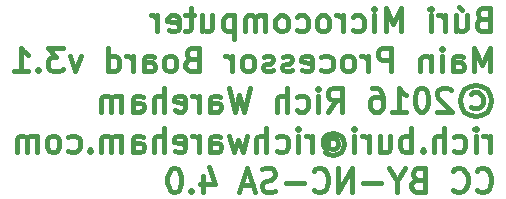
<source format=gbo>
G04 #@! TF.FileFunction,Legend,Bot*
%FSLAX46Y46*%
G04 Gerber Fmt 4.6, Leading zero omitted, Abs format (unit mm)*
G04 Created by KiCad (PCBNEW 4.0.3-1.fc24-product) date Thu Dec  8 13:22:35 2016*
%MOMM*%
%LPD*%
G01*
G04 APERTURE LIST*
%ADD10C,0.100000*%
%ADD11C,0.400000*%
%ADD12O,2.300000X1.600000*%
%ADD13R,1.727200X2.032000*%
%ADD14O,1.727200X2.032000*%
%ADD15C,6.300000*%
%ADD16C,0.600000*%
%ADD17R,1.300000X1.300000*%
%ADD18C,1.300000*%
%ADD19R,3.500120X3.500120*%
%ADD20C,1.998980*%
%ADD21O,1.699260X3.500120*%
%ADD22C,1.501140*%
%ADD23R,2.032000X2.032000*%
%ADD24O,2.032000X2.032000*%
%ADD25C,1.320800*%
G04 APERTURE END LIST*
D10*
D11*
X151892143Y-63542143D02*
X151606429Y-63637381D01*
X151511190Y-63732619D01*
X151415952Y-63923095D01*
X151415952Y-64208810D01*
X151511190Y-64399286D01*
X151606429Y-64494524D01*
X151796905Y-64589762D01*
X152558810Y-64589762D01*
X152558810Y-62589762D01*
X151892143Y-62589762D01*
X151701667Y-62685000D01*
X151606429Y-62780238D01*
X151511190Y-62970714D01*
X151511190Y-63161190D01*
X151606429Y-63351667D01*
X151701667Y-63446905D01*
X151892143Y-63542143D01*
X152558810Y-63542143D01*
X149701667Y-63256429D02*
X149701667Y-64589762D01*
X150558810Y-63256429D02*
X150558810Y-64304048D01*
X150463571Y-64494524D01*
X150273095Y-64589762D01*
X149987381Y-64589762D01*
X149796905Y-64494524D01*
X149701667Y-64399286D01*
X149892143Y-62494524D02*
X150177857Y-62780238D01*
X148749286Y-64589762D02*
X148749286Y-63256429D01*
X148749286Y-63637381D02*
X148654047Y-63446905D01*
X148558809Y-63351667D01*
X148368333Y-63256429D01*
X148177857Y-63256429D01*
X147511191Y-64589762D02*
X147511191Y-63256429D01*
X147511191Y-62589762D02*
X147606429Y-62685000D01*
X147511191Y-62780238D01*
X147415952Y-62685000D01*
X147511191Y-62589762D01*
X147511191Y-62780238D01*
X145035000Y-64589762D02*
X145035000Y-62589762D01*
X144368333Y-64018333D01*
X143701666Y-62589762D01*
X143701666Y-64589762D01*
X142749286Y-64589762D02*
X142749286Y-63256429D01*
X142749286Y-62589762D02*
X142844524Y-62685000D01*
X142749286Y-62780238D01*
X142654047Y-62685000D01*
X142749286Y-62589762D01*
X142749286Y-62780238D01*
X140939762Y-64494524D02*
X141130238Y-64589762D01*
X141511190Y-64589762D01*
X141701666Y-64494524D01*
X141796905Y-64399286D01*
X141892143Y-64208810D01*
X141892143Y-63637381D01*
X141796905Y-63446905D01*
X141701666Y-63351667D01*
X141511190Y-63256429D01*
X141130238Y-63256429D01*
X140939762Y-63351667D01*
X140082619Y-64589762D02*
X140082619Y-63256429D01*
X140082619Y-63637381D02*
X139987380Y-63446905D01*
X139892142Y-63351667D01*
X139701666Y-63256429D01*
X139511190Y-63256429D01*
X138558809Y-64589762D02*
X138749285Y-64494524D01*
X138844524Y-64399286D01*
X138939762Y-64208810D01*
X138939762Y-63637381D01*
X138844524Y-63446905D01*
X138749285Y-63351667D01*
X138558809Y-63256429D01*
X138273095Y-63256429D01*
X138082619Y-63351667D01*
X137987381Y-63446905D01*
X137892143Y-63637381D01*
X137892143Y-64208810D01*
X137987381Y-64399286D01*
X138082619Y-64494524D01*
X138273095Y-64589762D01*
X138558809Y-64589762D01*
X136177857Y-64494524D02*
X136368333Y-64589762D01*
X136749285Y-64589762D01*
X136939761Y-64494524D01*
X137035000Y-64399286D01*
X137130238Y-64208810D01*
X137130238Y-63637381D01*
X137035000Y-63446905D01*
X136939761Y-63351667D01*
X136749285Y-63256429D01*
X136368333Y-63256429D01*
X136177857Y-63351667D01*
X135034999Y-64589762D02*
X135225475Y-64494524D01*
X135320714Y-64399286D01*
X135415952Y-64208810D01*
X135415952Y-63637381D01*
X135320714Y-63446905D01*
X135225475Y-63351667D01*
X135034999Y-63256429D01*
X134749285Y-63256429D01*
X134558809Y-63351667D01*
X134463571Y-63446905D01*
X134368333Y-63637381D01*
X134368333Y-64208810D01*
X134463571Y-64399286D01*
X134558809Y-64494524D01*
X134749285Y-64589762D01*
X135034999Y-64589762D01*
X133511190Y-64589762D02*
X133511190Y-63256429D01*
X133511190Y-63446905D02*
X133415951Y-63351667D01*
X133225475Y-63256429D01*
X132939761Y-63256429D01*
X132749285Y-63351667D01*
X132654047Y-63542143D01*
X132654047Y-64589762D01*
X132654047Y-63542143D02*
X132558809Y-63351667D01*
X132368332Y-63256429D01*
X132082618Y-63256429D01*
X131892142Y-63351667D01*
X131796904Y-63542143D01*
X131796904Y-64589762D01*
X130844523Y-63256429D02*
X130844523Y-65256429D01*
X130844523Y-63351667D02*
X130654046Y-63256429D01*
X130273094Y-63256429D01*
X130082618Y-63351667D01*
X129987380Y-63446905D01*
X129892142Y-63637381D01*
X129892142Y-64208810D01*
X129987380Y-64399286D01*
X130082618Y-64494524D01*
X130273094Y-64589762D01*
X130654046Y-64589762D01*
X130844523Y-64494524D01*
X128177856Y-63256429D02*
X128177856Y-64589762D01*
X129034999Y-63256429D02*
X129034999Y-64304048D01*
X128939760Y-64494524D01*
X128749284Y-64589762D01*
X128463570Y-64589762D01*
X128273094Y-64494524D01*
X128177856Y-64399286D01*
X127511189Y-63256429D02*
X126749284Y-63256429D01*
X127225475Y-62589762D02*
X127225475Y-64304048D01*
X127130236Y-64494524D01*
X126939760Y-64589762D01*
X126749284Y-64589762D01*
X125320713Y-64494524D02*
X125511189Y-64589762D01*
X125892141Y-64589762D01*
X126082618Y-64494524D01*
X126177856Y-64304048D01*
X126177856Y-63542143D01*
X126082618Y-63351667D01*
X125892141Y-63256429D01*
X125511189Y-63256429D01*
X125320713Y-63351667D01*
X125225475Y-63542143D01*
X125225475Y-63732619D01*
X126177856Y-63923095D01*
X124368332Y-64589762D02*
X124368332Y-63256429D01*
X124368332Y-63637381D02*
X124273093Y-63446905D01*
X124177855Y-63351667D01*
X123987379Y-63256429D01*
X123796903Y-63256429D01*
X152558810Y-67989762D02*
X152558810Y-65989762D01*
X151892143Y-67418333D01*
X151225476Y-65989762D01*
X151225476Y-67989762D01*
X149415953Y-67989762D02*
X149415953Y-66942143D01*
X149511191Y-66751667D01*
X149701667Y-66656429D01*
X150082619Y-66656429D01*
X150273096Y-66751667D01*
X149415953Y-67894524D02*
X149606429Y-67989762D01*
X150082619Y-67989762D01*
X150273096Y-67894524D01*
X150368334Y-67704048D01*
X150368334Y-67513571D01*
X150273096Y-67323095D01*
X150082619Y-67227857D01*
X149606429Y-67227857D01*
X149415953Y-67132619D01*
X148463572Y-67989762D02*
X148463572Y-66656429D01*
X148463572Y-65989762D02*
X148558810Y-66085000D01*
X148463572Y-66180238D01*
X148368333Y-66085000D01*
X148463572Y-65989762D01*
X148463572Y-66180238D01*
X147511191Y-66656429D02*
X147511191Y-67989762D01*
X147511191Y-66846905D02*
X147415952Y-66751667D01*
X147225476Y-66656429D01*
X146939762Y-66656429D01*
X146749286Y-66751667D01*
X146654048Y-66942143D01*
X146654048Y-67989762D01*
X144177857Y-67989762D02*
X144177857Y-65989762D01*
X143415952Y-65989762D01*
X143225476Y-66085000D01*
X143130237Y-66180238D01*
X143034999Y-66370714D01*
X143034999Y-66656429D01*
X143130237Y-66846905D01*
X143225476Y-66942143D01*
X143415952Y-67037381D01*
X144177857Y-67037381D01*
X142177857Y-67989762D02*
X142177857Y-66656429D01*
X142177857Y-67037381D02*
X142082618Y-66846905D01*
X141987380Y-66751667D01*
X141796904Y-66656429D01*
X141606428Y-66656429D01*
X140654047Y-67989762D02*
X140844523Y-67894524D01*
X140939762Y-67799286D01*
X141035000Y-67608810D01*
X141035000Y-67037381D01*
X140939762Y-66846905D01*
X140844523Y-66751667D01*
X140654047Y-66656429D01*
X140368333Y-66656429D01*
X140177857Y-66751667D01*
X140082619Y-66846905D01*
X139987381Y-67037381D01*
X139987381Y-67608810D01*
X140082619Y-67799286D01*
X140177857Y-67894524D01*
X140368333Y-67989762D01*
X140654047Y-67989762D01*
X138273095Y-67894524D02*
X138463571Y-67989762D01*
X138844523Y-67989762D01*
X139034999Y-67894524D01*
X139130238Y-67799286D01*
X139225476Y-67608810D01*
X139225476Y-67037381D01*
X139130238Y-66846905D01*
X139034999Y-66751667D01*
X138844523Y-66656429D01*
X138463571Y-66656429D01*
X138273095Y-66751667D01*
X136654047Y-67894524D02*
X136844523Y-67989762D01*
X137225475Y-67989762D01*
X137415952Y-67894524D01*
X137511190Y-67704048D01*
X137511190Y-66942143D01*
X137415952Y-66751667D01*
X137225475Y-66656429D01*
X136844523Y-66656429D01*
X136654047Y-66751667D01*
X136558809Y-66942143D01*
X136558809Y-67132619D01*
X137511190Y-67323095D01*
X135796904Y-67894524D02*
X135606427Y-67989762D01*
X135225475Y-67989762D01*
X135034999Y-67894524D01*
X134939761Y-67704048D01*
X134939761Y-67608810D01*
X135034999Y-67418333D01*
X135225475Y-67323095D01*
X135511189Y-67323095D01*
X135701666Y-67227857D01*
X135796904Y-67037381D01*
X135796904Y-66942143D01*
X135701666Y-66751667D01*
X135511189Y-66656429D01*
X135225475Y-66656429D01*
X135034999Y-66751667D01*
X134177856Y-67894524D02*
X133987379Y-67989762D01*
X133606427Y-67989762D01*
X133415951Y-67894524D01*
X133320713Y-67704048D01*
X133320713Y-67608810D01*
X133415951Y-67418333D01*
X133606427Y-67323095D01*
X133892141Y-67323095D01*
X134082618Y-67227857D01*
X134177856Y-67037381D01*
X134177856Y-66942143D01*
X134082618Y-66751667D01*
X133892141Y-66656429D01*
X133606427Y-66656429D01*
X133415951Y-66751667D01*
X132177855Y-67989762D02*
X132368331Y-67894524D01*
X132463570Y-67799286D01*
X132558808Y-67608810D01*
X132558808Y-67037381D01*
X132463570Y-66846905D01*
X132368331Y-66751667D01*
X132177855Y-66656429D01*
X131892141Y-66656429D01*
X131701665Y-66751667D01*
X131606427Y-66846905D01*
X131511189Y-67037381D01*
X131511189Y-67608810D01*
X131606427Y-67799286D01*
X131701665Y-67894524D01*
X131892141Y-67989762D01*
X132177855Y-67989762D01*
X130654046Y-67989762D02*
X130654046Y-66656429D01*
X130654046Y-67037381D02*
X130558807Y-66846905D01*
X130463569Y-66751667D01*
X130273093Y-66656429D01*
X130082617Y-66656429D01*
X127225474Y-66942143D02*
X126939760Y-67037381D01*
X126844521Y-67132619D01*
X126749283Y-67323095D01*
X126749283Y-67608810D01*
X126844521Y-67799286D01*
X126939760Y-67894524D01*
X127130236Y-67989762D01*
X127892141Y-67989762D01*
X127892141Y-65989762D01*
X127225474Y-65989762D01*
X127034998Y-66085000D01*
X126939760Y-66180238D01*
X126844521Y-66370714D01*
X126844521Y-66561190D01*
X126939760Y-66751667D01*
X127034998Y-66846905D01*
X127225474Y-66942143D01*
X127892141Y-66942143D01*
X125606426Y-67989762D02*
X125796902Y-67894524D01*
X125892141Y-67799286D01*
X125987379Y-67608810D01*
X125987379Y-67037381D01*
X125892141Y-66846905D01*
X125796902Y-66751667D01*
X125606426Y-66656429D01*
X125320712Y-66656429D01*
X125130236Y-66751667D01*
X125034998Y-66846905D01*
X124939760Y-67037381D01*
X124939760Y-67608810D01*
X125034998Y-67799286D01*
X125130236Y-67894524D01*
X125320712Y-67989762D01*
X125606426Y-67989762D01*
X123225474Y-67989762D02*
X123225474Y-66942143D01*
X123320712Y-66751667D01*
X123511188Y-66656429D01*
X123892140Y-66656429D01*
X124082617Y-66751667D01*
X123225474Y-67894524D02*
X123415950Y-67989762D01*
X123892140Y-67989762D01*
X124082617Y-67894524D01*
X124177855Y-67704048D01*
X124177855Y-67513571D01*
X124082617Y-67323095D01*
X123892140Y-67227857D01*
X123415950Y-67227857D01*
X123225474Y-67132619D01*
X122273093Y-67989762D02*
X122273093Y-66656429D01*
X122273093Y-67037381D02*
X122177854Y-66846905D01*
X122082616Y-66751667D01*
X121892140Y-66656429D01*
X121701664Y-66656429D01*
X120177855Y-67989762D02*
X120177855Y-65989762D01*
X120177855Y-67894524D02*
X120368331Y-67989762D01*
X120749283Y-67989762D01*
X120939759Y-67894524D01*
X121034998Y-67799286D01*
X121130236Y-67608810D01*
X121130236Y-67037381D01*
X121034998Y-66846905D01*
X120939759Y-66751667D01*
X120749283Y-66656429D01*
X120368331Y-66656429D01*
X120177855Y-66751667D01*
X117892140Y-66656429D02*
X117415949Y-67989762D01*
X116939759Y-66656429D01*
X116368330Y-65989762D02*
X115130234Y-65989762D01*
X115796901Y-66751667D01*
X115511187Y-66751667D01*
X115320711Y-66846905D01*
X115225473Y-66942143D01*
X115130234Y-67132619D01*
X115130234Y-67608810D01*
X115225473Y-67799286D01*
X115320711Y-67894524D01*
X115511187Y-67989762D01*
X116082615Y-67989762D01*
X116273092Y-67894524D01*
X116368330Y-67799286D01*
X114273092Y-67799286D02*
X114177853Y-67894524D01*
X114273092Y-67989762D01*
X114368330Y-67894524D01*
X114273092Y-67799286D01*
X114273092Y-67989762D01*
X112273091Y-67989762D02*
X113415949Y-67989762D01*
X112844520Y-67989762D02*
X112844520Y-65989762D01*
X113034996Y-66275476D01*
X113225472Y-66465952D01*
X113415949Y-66561190D01*
X150939762Y-69865952D02*
X151130238Y-69770714D01*
X151511190Y-69770714D01*
X151701667Y-69865952D01*
X151892143Y-70056429D01*
X151987381Y-70246905D01*
X151987381Y-70627857D01*
X151892143Y-70818333D01*
X151701667Y-71008810D01*
X151511190Y-71104048D01*
X151130238Y-71104048D01*
X150939762Y-71008810D01*
X151320714Y-69104048D02*
X151796905Y-69199286D01*
X152273095Y-69485000D01*
X152558810Y-69961190D01*
X152654048Y-70437381D01*
X152558810Y-70913571D01*
X152273095Y-71389762D01*
X151796905Y-71675476D01*
X151320714Y-71770714D01*
X150844524Y-71675476D01*
X150368333Y-71389762D01*
X150082619Y-70913571D01*
X149987381Y-70437381D01*
X150082619Y-69961190D01*
X150368333Y-69485000D01*
X150844524Y-69199286D01*
X151320714Y-69104048D01*
X149225477Y-69580238D02*
X149130239Y-69485000D01*
X148939762Y-69389762D01*
X148463572Y-69389762D01*
X148273096Y-69485000D01*
X148177858Y-69580238D01*
X148082619Y-69770714D01*
X148082619Y-69961190D01*
X148177858Y-70246905D01*
X149320715Y-71389762D01*
X148082619Y-71389762D01*
X146844524Y-69389762D02*
X146654048Y-69389762D01*
X146463572Y-69485000D01*
X146368334Y-69580238D01*
X146273096Y-69770714D01*
X146177857Y-70151667D01*
X146177857Y-70627857D01*
X146273096Y-71008810D01*
X146368334Y-71199286D01*
X146463572Y-71294524D01*
X146654048Y-71389762D01*
X146844524Y-71389762D01*
X147035000Y-71294524D01*
X147130238Y-71199286D01*
X147225477Y-71008810D01*
X147320715Y-70627857D01*
X147320715Y-70151667D01*
X147225477Y-69770714D01*
X147130238Y-69580238D01*
X147035000Y-69485000D01*
X146844524Y-69389762D01*
X144273095Y-71389762D02*
X145415953Y-71389762D01*
X144844524Y-71389762D02*
X144844524Y-69389762D01*
X145035000Y-69675476D01*
X145225476Y-69865952D01*
X145415953Y-69961190D01*
X142558810Y-69389762D02*
X142939762Y-69389762D01*
X143130238Y-69485000D01*
X143225476Y-69580238D01*
X143415953Y-69865952D01*
X143511191Y-70246905D01*
X143511191Y-71008810D01*
X143415953Y-71199286D01*
X143320714Y-71294524D01*
X143130238Y-71389762D01*
X142749286Y-71389762D01*
X142558810Y-71294524D01*
X142463572Y-71199286D01*
X142368333Y-71008810D01*
X142368333Y-70532619D01*
X142463572Y-70342143D01*
X142558810Y-70246905D01*
X142749286Y-70151667D01*
X143130238Y-70151667D01*
X143320714Y-70246905D01*
X143415953Y-70342143D01*
X143511191Y-70532619D01*
X138844523Y-71389762D02*
X139511190Y-70437381D01*
X139987381Y-71389762D02*
X139987381Y-69389762D01*
X139225476Y-69389762D01*
X139035000Y-69485000D01*
X138939761Y-69580238D01*
X138844523Y-69770714D01*
X138844523Y-70056429D01*
X138939761Y-70246905D01*
X139035000Y-70342143D01*
X139225476Y-70437381D01*
X139987381Y-70437381D01*
X137987381Y-71389762D02*
X137987381Y-70056429D01*
X137987381Y-69389762D02*
X138082619Y-69485000D01*
X137987381Y-69580238D01*
X137892142Y-69485000D01*
X137987381Y-69389762D01*
X137987381Y-69580238D01*
X136177857Y-71294524D02*
X136368333Y-71389762D01*
X136749285Y-71389762D01*
X136939761Y-71294524D01*
X137035000Y-71199286D01*
X137130238Y-71008810D01*
X137130238Y-70437381D01*
X137035000Y-70246905D01*
X136939761Y-70151667D01*
X136749285Y-70056429D01*
X136368333Y-70056429D01*
X136177857Y-70151667D01*
X135320714Y-71389762D02*
X135320714Y-69389762D01*
X134463571Y-71389762D02*
X134463571Y-70342143D01*
X134558809Y-70151667D01*
X134749285Y-70056429D01*
X135034999Y-70056429D01*
X135225475Y-70151667D01*
X135320714Y-70246905D01*
X132177856Y-69389762D02*
X131701665Y-71389762D01*
X131320713Y-69961190D01*
X130939760Y-71389762D01*
X130463570Y-69389762D01*
X128844523Y-71389762D02*
X128844523Y-70342143D01*
X128939761Y-70151667D01*
X129130237Y-70056429D01*
X129511189Y-70056429D01*
X129701666Y-70151667D01*
X128844523Y-71294524D02*
X129034999Y-71389762D01*
X129511189Y-71389762D01*
X129701666Y-71294524D01*
X129796904Y-71104048D01*
X129796904Y-70913571D01*
X129701666Y-70723095D01*
X129511189Y-70627857D01*
X129034999Y-70627857D01*
X128844523Y-70532619D01*
X127892142Y-71389762D02*
X127892142Y-70056429D01*
X127892142Y-70437381D02*
X127796903Y-70246905D01*
X127701665Y-70151667D01*
X127511189Y-70056429D01*
X127320713Y-70056429D01*
X125892142Y-71294524D02*
X126082618Y-71389762D01*
X126463570Y-71389762D01*
X126654047Y-71294524D01*
X126749285Y-71104048D01*
X126749285Y-70342143D01*
X126654047Y-70151667D01*
X126463570Y-70056429D01*
X126082618Y-70056429D01*
X125892142Y-70151667D01*
X125796904Y-70342143D01*
X125796904Y-70532619D01*
X126749285Y-70723095D01*
X124939761Y-71389762D02*
X124939761Y-69389762D01*
X124082618Y-71389762D02*
X124082618Y-70342143D01*
X124177856Y-70151667D01*
X124368332Y-70056429D01*
X124654046Y-70056429D01*
X124844522Y-70151667D01*
X124939761Y-70246905D01*
X122273094Y-71389762D02*
X122273094Y-70342143D01*
X122368332Y-70151667D01*
X122558808Y-70056429D01*
X122939760Y-70056429D01*
X123130237Y-70151667D01*
X122273094Y-71294524D02*
X122463570Y-71389762D01*
X122939760Y-71389762D01*
X123130237Y-71294524D01*
X123225475Y-71104048D01*
X123225475Y-70913571D01*
X123130237Y-70723095D01*
X122939760Y-70627857D01*
X122463570Y-70627857D01*
X122273094Y-70532619D01*
X121320713Y-71389762D02*
X121320713Y-70056429D01*
X121320713Y-70246905D02*
X121225474Y-70151667D01*
X121034998Y-70056429D01*
X120749284Y-70056429D01*
X120558808Y-70151667D01*
X120463570Y-70342143D01*
X120463570Y-71389762D01*
X120463570Y-70342143D02*
X120368332Y-70151667D01*
X120177855Y-70056429D01*
X119892141Y-70056429D01*
X119701665Y-70151667D01*
X119606427Y-70342143D01*
X119606427Y-71389762D01*
X152558810Y-74789762D02*
X152558810Y-73456429D01*
X152558810Y-73837381D02*
X152463571Y-73646905D01*
X152368333Y-73551667D01*
X152177857Y-73456429D01*
X151987381Y-73456429D01*
X151320715Y-74789762D02*
X151320715Y-73456429D01*
X151320715Y-72789762D02*
X151415953Y-72885000D01*
X151320715Y-72980238D01*
X151225476Y-72885000D01*
X151320715Y-72789762D01*
X151320715Y-72980238D01*
X149511191Y-74694524D02*
X149701667Y-74789762D01*
X150082619Y-74789762D01*
X150273095Y-74694524D01*
X150368334Y-74599286D01*
X150463572Y-74408810D01*
X150463572Y-73837381D01*
X150368334Y-73646905D01*
X150273095Y-73551667D01*
X150082619Y-73456429D01*
X149701667Y-73456429D01*
X149511191Y-73551667D01*
X148654048Y-74789762D02*
X148654048Y-72789762D01*
X147796905Y-74789762D02*
X147796905Y-73742143D01*
X147892143Y-73551667D01*
X148082619Y-73456429D01*
X148368333Y-73456429D01*
X148558809Y-73551667D01*
X148654048Y-73646905D01*
X146844524Y-74599286D02*
X146749285Y-74694524D01*
X146844524Y-74789762D01*
X146939762Y-74694524D01*
X146844524Y-74599286D01*
X146844524Y-74789762D01*
X145892143Y-74789762D02*
X145892143Y-72789762D01*
X145892143Y-73551667D02*
X145701666Y-73456429D01*
X145320714Y-73456429D01*
X145130238Y-73551667D01*
X145035000Y-73646905D01*
X144939762Y-73837381D01*
X144939762Y-74408810D01*
X145035000Y-74599286D01*
X145130238Y-74694524D01*
X145320714Y-74789762D01*
X145701666Y-74789762D01*
X145892143Y-74694524D01*
X143225476Y-73456429D02*
X143225476Y-74789762D01*
X144082619Y-73456429D02*
X144082619Y-74504048D01*
X143987380Y-74694524D01*
X143796904Y-74789762D01*
X143511190Y-74789762D01*
X143320714Y-74694524D01*
X143225476Y-74599286D01*
X142273095Y-74789762D02*
X142273095Y-73456429D01*
X142273095Y-73837381D02*
X142177856Y-73646905D01*
X142082618Y-73551667D01*
X141892142Y-73456429D01*
X141701666Y-73456429D01*
X141035000Y-74789762D02*
X141035000Y-73456429D01*
X141035000Y-72789762D02*
X141130238Y-72885000D01*
X141035000Y-72980238D01*
X140939761Y-72885000D01*
X141035000Y-72789762D01*
X141035000Y-72980238D01*
X138844523Y-73837381D02*
X138939761Y-73742143D01*
X139130238Y-73646905D01*
X139320714Y-73646905D01*
X139511190Y-73742143D01*
X139606428Y-73837381D01*
X139701666Y-74027857D01*
X139701666Y-74218333D01*
X139606428Y-74408810D01*
X139511190Y-74504048D01*
X139320714Y-74599286D01*
X139130238Y-74599286D01*
X138939761Y-74504048D01*
X138844523Y-74408810D01*
X138844523Y-73646905D02*
X138844523Y-74408810D01*
X138749285Y-74504048D01*
X138654047Y-74504048D01*
X138463571Y-74408810D01*
X138368333Y-74218333D01*
X138368333Y-73742143D01*
X138558809Y-73456429D01*
X138844523Y-73265952D01*
X139225476Y-73170714D01*
X139606428Y-73265952D01*
X139892142Y-73456429D01*
X140082619Y-73742143D01*
X140177857Y-74123095D01*
X140082619Y-74504048D01*
X139892142Y-74789762D01*
X139606428Y-74980238D01*
X139225476Y-75075476D01*
X138844523Y-74980238D01*
X138558809Y-74789762D01*
X137511190Y-74789762D02*
X137511190Y-73456429D01*
X137511190Y-73837381D02*
X137415951Y-73646905D01*
X137320713Y-73551667D01*
X137130237Y-73456429D01*
X136939761Y-73456429D01*
X136273095Y-74789762D02*
X136273095Y-73456429D01*
X136273095Y-72789762D02*
X136368333Y-72885000D01*
X136273095Y-72980238D01*
X136177856Y-72885000D01*
X136273095Y-72789762D01*
X136273095Y-72980238D01*
X134463571Y-74694524D02*
X134654047Y-74789762D01*
X135034999Y-74789762D01*
X135225475Y-74694524D01*
X135320714Y-74599286D01*
X135415952Y-74408810D01*
X135415952Y-73837381D01*
X135320714Y-73646905D01*
X135225475Y-73551667D01*
X135034999Y-73456429D01*
X134654047Y-73456429D01*
X134463571Y-73551667D01*
X133606428Y-74789762D02*
X133606428Y-72789762D01*
X132749285Y-74789762D02*
X132749285Y-73742143D01*
X132844523Y-73551667D01*
X133034999Y-73456429D01*
X133320713Y-73456429D01*
X133511189Y-73551667D01*
X133606428Y-73646905D01*
X131987380Y-73456429D02*
X131606427Y-74789762D01*
X131225475Y-73837381D01*
X130844523Y-74789762D01*
X130463570Y-73456429D01*
X128844523Y-74789762D02*
X128844523Y-73742143D01*
X128939761Y-73551667D01*
X129130237Y-73456429D01*
X129511189Y-73456429D01*
X129701666Y-73551667D01*
X128844523Y-74694524D02*
X129034999Y-74789762D01*
X129511189Y-74789762D01*
X129701666Y-74694524D01*
X129796904Y-74504048D01*
X129796904Y-74313571D01*
X129701666Y-74123095D01*
X129511189Y-74027857D01*
X129034999Y-74027857D01*
X128844523Y-73932619D01*
X127892142Y-74789762D02*
X127892142Y-73456429D01*
X127892142Y-73837381D02*
X127796903Y-73646905D01*
X127701665Y-73551667D01*
X127511189Y-73456429D01*
X127320713Y-73456429D01*
X125892142Y-74694524D02*
X126082618Y-74789762D01*
X126463570Y-74789762D01*
X126654047Y-74694524D01*
X126749285Y-74504048D01*
X126749285Y-73742143D01*
X126654047Y-73551667D01*
X126463570Y-73456429D01*
X126082618Y-73456429D01*
X125892142Y-73551667D01*
X125796904Y-73742143D01*
X125796904Y-73932619D01*
X126749285Y-74123095D01*
X124939761Y-74789762D02*
X124939761Y-72789762D01*
X124082618Y-74789762D02*
X124082618Y-73742143D01*
X124177856Y-73551667D01*
X124368332Y-73456429D01*
X124654046Y-73456429D01*
X124844522Y-73551667D01*
X124939761Y-73646905D01*
X122273094Y-74789762D02*
X122273094Y-73742143D01*
X122368332Y-73551667D01*
X122558808Y-73456429D01*
X122939760Y-73456429D01*
X123130237Y-73551667D01*
X122273094Y-74694524D02*
X122463570Y-74789762D01*
X122939760Y-74789762D01*
X123130237Y-74694524D01*
X123225475Y-74504048D01*
X123225475Y-74313571D01*
X123130237Y-74123095D01*
X122939760Y-74027857D01*
X122463570Y-74027857D01*
X122273094Y-73932619D01*
X121320713Y-74789762D02*
X121320713Y-73456429D01*
X121320713Y-73646905D02*
X121225474Y-73551667D01*
X121034998Y-73456429D01*
X120749284Y-73456429D01*
X120558808Y-73551667D01*
X120463570Y-73742143D01*
X120463570Y-74789762D01*
X120463570Y-73742143D02*
X120368332Y-73551667D01*
X120177855Y-73456429D01*
X119892141Y-73456429D01*
X119701665Y-73551667D01*
X119606427Y-73742143D01*
X119606427Y-74789762D01*
X118654046Y-74599286D02*
X118558807Y-74694524D01*
X118654046Y-74789762D01*
X118749284Y-74694524D01*
X118654046Y-74599286D01*
X118654046Y-74789762D01*
X116844522Y-74694524D02*
X117034998Y-74789762D01*
X117415950Y-74789762D01*
X117606426Y-74694524D01*
X117701665Y-74599286D01*
X117796903Y-74408810D01*
X117796903Y-73837381D01*
X117701665Y-73646905D01*
X117606426Y-73551667D01*
X117415950Y-73456429D01*
X117034998Y-73456429D01*
X116844522Y-73551667D01*
X115701664Y-74789762D02*
X115892140Y-74694524D01*
X115987379Y-74599286D01*
X116082617Y-74408810D01*
X116082617Y-73837381D01*
X115987379Y-73646905D01*
X115892140Y-73551667D01*
X115701664Y-73456429D01*
X115415950Y-73456429D01*
X115225474Y-73551667D01*
X115130236Y-73646905D01*
X115034998Y-73837381D01*
X115034998Y-74408810D01*
X115130236Y-74599286D01*
X115225474Y-74694524D01*
X115415950Y-74789762D01*
X115701664Y-74789762D01*
X114177855Y-74789762D02*
X114177855Y-73456429D01*
X114177855Y-73646905D02*
X114082616Y-73551667D01*
X113892140Y-73456429D01*
X113606426Y-73456429D01*
X113415950Y-73551667D01*
X113320712Y-73742143D01*
X113320712Y-74789762D01*
X113320712Y-73742143D02*
X113225474Y-73551667D01*
X113034997Y-73456429D01*
X112749283Y-73456429D01*
X112558807Y-73551667D01*
X112463569Y-73742143D01*
X112463569Y-74789762D01*
X151415952Y-77999286D02*
X151511190Y-78094524D01*
X151796905Y-78189762D01*
X151987381Y-78189762D01*
X152273095Y-78094524D01*
X152463571Y-77904048D01*
X152558810Y-77713571D01*
X152654048Y-77332619D01*
X152654048Y-77046905D01*
X152558810Y-76665952D01*
X152463571Y-76475476D01*
X152273095Y-76285000D01*
X151987381Y-76189762D01*
X151796905Y-76189762D01*
X151511190Y-76285000D01*
X151415952Y-76380238D01*
X149415952Y-77999286D02*
X149511190Y-78094524D01*
X149796905Y-78189762D01*
X149987381Y-78189762D01*
X150273095Y-78094524D01*
X150463571Y-77904048D01*
X150558810Y-77713571D01*
X150654048Y-77332619D01*
X150654048Y-77046905D01*
X150558810Y-76665952D01*
X150463571Y-76475476D01*
X150273095Y-76285000D01*
X149987381Y-76189762D01*
X149796905Y-76189762D01*
X149511190Y-76285000D01*
X149415952Y-76380238D01*
X146368333Y-77142143D02*
X146082619Y-77237381D01*
X145987380Y-77332619D01*
X145892142Y-77523095D01*
X145892142Y-77808810D01*
X145987380Y-77999286D01*
X146082619Y-78094524D01*
X146273095Y-78189762D01*
X147035000Y-78189762D01*
X147035000Y-76189762D01*
X146368333Y-76189762D01*
X146177857Y-76285000D01*
X146082619Y-76380238D01*
X145987380Y-76570714D01*
X145987380Y-76761190D01*
X146082619Y-76951667D01*
X146177857Y-77046905D01*
X146368333Y-77142143D01*
X147035000Y-77142143D01*
X144654047Y-77237381D02*
X144654047Y-78189762D01*
X145320714Y-76189762D02*
X144654047Y-77237381D01*
X143987380Y-76189762D01*
X143320714Y-77427857D02*
X141796904Y-77427857D01*
X140844524Y-78189762D02*
X140844524Y-76189762D01*
X139701666Y-78189762D01*
X139701666Y-76189762D01*
X137606428Y-77999286D02*
X137701666Y-78094524D01*
X137987381Y-78189762D01*
X138177857Y-78189762D01*
X138463571Y-78094524D01*
X138654047Y-77904048D01*
X138749286Y-77713571D01*
X138844524Y-77332619D01*
X138844524Y-77046905D01*
X138749286Y-76665952D01*
X138654047Y-76475476D01*
X138463571Y-76285000D01*
X138177857Y-76189762D01*
X137987381Y-76189762D01*
X137701666Y-76285000D01*
X137606428Y-76380238D01*
X136749286Y-77427857D02*
X135225476Y-77427857D01*
X134368334Y-78094524D02*
X134082619Y-78189762D01*
X133606429Y-78189762D01*
X133415953Y-78094524D01*
X133320715Y-77999286D01*
X133225476Y-77808810D01*
X133225476Y-77618333D01*
X133320715Y-77427857D01*
X133415953Y-77332619D01*
X133606429Y-77237381D01*
X133987381Y-77142143D01*
X134177857Y-77046905D01*
X134273096Y-76951667D01*
X134368334Y-76761190D01*
X134368334Y-76570714D01*
X134273096Y-76380238D01*
X134177857Y-76285000D01*
X133987381Y-76189762D01*
X133511191Y-76189762D01*
X133225476Y-76285000D01*
X132463572Y-77618333D02*
X131511191Y-77618333D01*
X132654048Y-78189762D02*
X131987381Y-76189762D01*
X131320714Y-78189762D01*
X128273095Y-76856429D02*
X128273095Y-78189762D01*
X128749285Y-76094524D02*
X129225476Y-77523095D01*
X127987380Y-77523095D01*
X127225476Y-77999286D02*
X127130237Y-78094524D01*
X127225476Y-78189762D01*
X127320714Y-78094524D01*
X127225476Y-77999286D01*
X127225476Y-78189762D01*
X125892142Y-76189762D02*
X125701666Y-76189762D01*
X125511190Y-76285000D01*
X125415952Y-76380238D01*
X125320714Y-76570714D01*
X125225475Y-76951667D01*
X125225475Y-77427857D01*
X125320714Y-77808810D01*
X125415952Y-77999286D01*
X125511190Y-78094524D01*
X125701666Y-78189762D01*
X125892142Y-78189762D01*
X126082618Y-78094524D01*
X126177856Y-77999286D01*
X126273095Y-77808810D01*
X126368333Y-77427857D01*
X126368333Y-76951667D01*
X126273095Y-76570714D01*
X126177856Y-76380238D01*
X126082618Y-76285000D01*
X125892142Y-76189762D01*
%LPC*%
D12*
X150495000Y-100330000D03*
X150495000Y-102870000D03*
X150495000Y-105410000D03*
X150495000Y-107950000D03*
X150495000Y-110490000D03*
X150495000Y-113030000D03*
X150495000Y-115570000D03*
X150495000Y-118110000D03*
X150495000Y-120650000D03*
X150495000Y-123190000D03*
X150495000Y-125730000D03*
X150495000Y-128270000D03*
X150495000Y-130810000D03*
X150495000Y-133350000D03*
X165735000Y-133350000D03*
X165735000Y-130810000D03*
X165735000Y-128270000D03*
X165735000Y-125730000D03*
X165735000Y-123190000D03*
X165735000Y-120650000D03*
X165735000Y-118110000D03*
X165735000Y-115570000D03*
X165735000Y-113030000D03*
X165735000Y-110490000D03*
X165735000Y-107950000D03*
X165735000Y-105410000D03*
X165735000Y-102870000D03*
X165735000Y-100330000D03*
X130175000Y-95250000D03*
X130175000Y-97790000D03*
X130175000Y-100330000D03*
X130175000Y-102870000D03*
X130175000Y-105410000D03*
X130175000Y-107950000D03*
X130175000Y-110490000D03*
X130175000Y-113030000D03*
X130175000Y-115570000D03*
X130175000Y-118110000D03*
X130175000Y-120650000D03*
X130175000Y-123190000D03*
X130175000Y-125730000D03*
X130175000Y-128270000D03*
X130175000Y-130810000D03*
X130175000Y-133350000D03*
X145415000Y-133350000D03*
X145415000Y-130810000D03*
X145415000Y-128270000D03*
X145415000Y-125730000D03*
X145415000Y-123190000D03*
X145415000Y-120650000D03*
X145415000Y-118110000D03*
X145415000Y-115570000D03*
X145415000Y-113030000D03*
X145415000Y-110490000D03*
X145415000Y-107950000D03*
X145415000Y-105410000D03*
X145415000Y-102870000D03*
X145415000Y-100330000D03*
X145415000Y-97790000D03*
X145415000Y-95250000D03*
X102235000Y-85090000D03*
X102235000Y-87630000D03*
X102235000Y-90170000D03*
X102235000Y-92710000D03*
X102235000Y-95250000D03*
X102235000Y-97790000D03*
X102235000Y-100330000D03*
X102235000Y-102870000D03*
X102235000Y-105410000D03*
X102235000Y-107950000D03*
X102235000Y-110490000D03*
X102235000Y-113030000D03*
X102235000Y-115570000D03*
X102235000Y-118110000D03*
X102235000Y-120650000D03*
X102235000Y-123190000D03*
X102235000Y-125730000D03*
X102235000Y-128270000D03*
X102235000Y-130810000D03*
X102235000Y-133350000D03*
X117475000Y-133350000D03*
X117475000Y-130810000D03*
X117475000Y-128270000D03*
X117475000Y-125730000D03*
X117475000Y-123190000D03*
X117475000Y-120650000D03*
X117475000Y-118110000D03*
X117475000Y-115570000D03*
X117475000Y-113030000D03*
X117475000Y-110490000D03*
X117475000Y-107950000D03*
X117475000Y-105410000D03*
X117475000Y-102870000D03*
X117475000Y-100330000D03*
X117475000Y-97790000D03*
X117475000Y-95250000D03*
X117475000Y-92710000D03*
X117475000Y-90170000D03*
X117475000Y-87630000D03*
X117475000Y-85090000D03*
D13*
X150495000Y-95250000D03*
D14*
X153035000Y-95250000D03*
X155575000Y-95250000D03*
D15*
X102235000Y-146050000D03*
D16*
X102235000Y-143550000D03*
X104735000Y-146050000D03*
X102235000Y-148550000D03*
X99735000Y-146050000D03*
X100435000Y-144250000D03*
X104035000Y-144250000D03*
X100435000Y-147850000D03*
X104035000Y-147850000D03*
D15*
X191135000Y-146050000D03*
D16*
X191135000Y-143550000D03*
X193635000Y-146050000D03*
X191135000Y-148550000D03*
X188635000Y-146050000D03*
X189335000Y-144250000D03*
X192935000Y-144250000D03*
X189335000Y-147850000D03*
X192935000Y-147850000D03*
D15*
X191135000Y-57150000D03*
D16*
X191135000Y-54650000D03*
X193635000Y-57150000D03*
X191135000Y-59650000D03*
X188635000Y-57150000D03*
X189335000Y-55350000D03*
X192935000Y-55350000D03*
X189335000Y-58950000D03*
X192935000Y-58950000D03*
D15*
X102235000Y-57150000D03*
D16*
X102235000Y-54650000D03*
X104735000Y-57150000D03*
X102235000Y-59650000D03*
X99735000Y-57150000D03*
X100435000Y-55350000D03*
X104035000Y-55350000D03*
X100435000Y-58950000D03*
X104035000Y-58950000D03*
D17*
X181570000Y-74295000D03*
D18*
X179070000Y-74295000D03*
D17*
X111165000Y-55245000D03*
D18*
X113665000Y-55245000D03*
D17*
X136565000Y-55245000D03*
D18*
X139065000Y-55245000D03*
D19*
X181960520Y-65405000D03*
X187960000Y-65405000D03*
X184960260Y-60706000D03*
D20*
X174279560Y-54533800D03*
X174279560Y-61036200D03*
X178780440Y-61036200D03*
X178780440Y-54533800D03*
D21*
X125095000Y-55880000D03*
X122555000Y-55880000D03*
X127635000Y-55880000D03*
D13*
X170815000Y-95250000D03*
D14*
X173355000Y-95250000D03*
X175895000Y-95250000D03*
X178435000Y-95250000D03*
X180975000Y-95250000D03*
X183515000Y-95250000D03*
D12*
X175895000Y-100330000D03*
X175895000Y-102870000D03*
X175895000Y-105410000D03*
X175895000Y-107950000D03*
X175895000Y-110490000D03*
X175895000Y-113030000D03*
X175895000Y-115570000D03*
X175895000Y-118110000D03*
X175895000Y-120650000D03*
X175895000Y-123190000D03*
X175895000Y-125730000D03*
X175895000Y-128270000D03*
X175895000Y-130810000D03*
X175895000Y-133350000D03*
X191135000Y-133350000D03*
X191135000Y-130810000D03*
X191135000Y-128270000D03*
X191135000Y-125730000D03*
X191135000Y-123190000D03*
X191135000Y-120650000D03*
X191135000Y-118110000D03*
X191135000Y-115570000D03*
X191135000Y-113030000D03*
X191135000Y-110490000D03*
X191135000Y-107950000D03*
X191135000Y-105410000D03*
X191135000Y-102870000D03*
X191135000Y-100330000D03*
D22*
X170815000Y-113030000D03*
X170815000Y-117911880D03*
D12*
X163195000Y-59690000D03*
X163195000Y-62230000D03*
X163195000Y-64770000D03*
X163195000Y-67310000D03*
X163195000Y-69850000D03*
X163195000Y-72390000D03*
X163195000Y-74930000D03*
X170815000Y-74930000D03*
X170815000Y-72390000D03*
X170815000Y-69850000D03*
X170815000Y-67310000D03*
X170815000Y-64770000D03*
X170815000Y-62230000D03*
X170815000Y-59690000D03*
D23*
X175895000Y-67310000D03*
D24*
X175895000Y-69850000D03*
D13*
X173355000Y-140970000D03*
D14*
X170815000Y-140970000D03*
X168275000Y-140970000D03*
X165735000Y-140970000D03*
X163195000Y-140970000D03*
X160655000Y-140970000D03*
X158115000Y-140970000D03*
X155575000Y-140970000D03*
D13*
X150495000Y-140970000D03*
D14*
X147955000Y-140970000D03*
X145415000Y-140970000D03*
X142875000Y-140970000D03*
X140335000Y-140970000D03*
X137795000Y-140970000D03*
X135255000Y-140970000D03*
X132715000Y-140970000D03*
D13*
X150495000Y-146050000D03*
D14*
X147955000Y-146050000D03*
X145415000Y-146050000D03*
X142875000Y-146050000D03*
X140335000Y-146050000D03*
X137795000Y-146050000D03*
X135255000Y-146050000D03*
X132715000Y-146050000D03*
D13*
X127635000Y-140970000D03*
D14*
X125095000Y-140970000D03*
X122555000Y-140970000D03*
X120015000Y-140970000D03*
X117475000Y-140970000D03*
X114935000Y-140970000D03*
X112395000Y-140970000D03*
X109855000Y-140970000D03*
D13*
X127635000Y-146050000D03*
D14*
X125095000Y-146050000D03*
X122555000Y-146050000D03*
X120015000Y-146050000D03*
X117475000Y-146050000D03*
X114935000Y-146050000D03*
X112395000Y-146050000D03*
X109855000Y-146050000D03*
D13*
X173355000Y-146050000D03*
D14*
X170815000Y-146050000D03*
X168275000Y-146050000D03*
X165735000Y-146050000D03*
X163195000Y-146050000D03*
X160655000Y-146050000D03*
X158115000Y-146050000D03*
X155575000Y-146050000D03*
D25*
X188010800Y-78562200D03*
X190500000Y-78562200D03*
X192989200Y-78562200D03*
X188010800Y-72567800D03*
X190500000Y-72567800D03*
X192989200Y-72567800D03*
D13*
X186055000Y-140970000D03*
D14*
X183515000Y-140970000D03*
X180975000Y-140970000D03*
X178435000Y-140970000D03*
M02*

</source>
